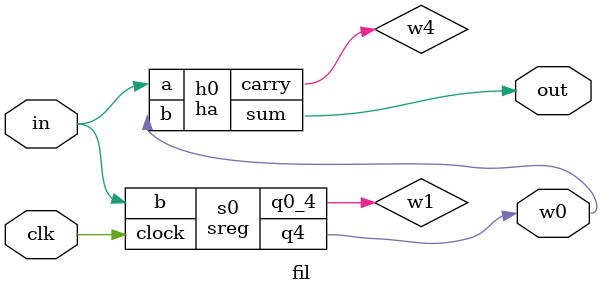
<source format=v>
module fa(a,b,cin,sum,cout);
        input a,b,cin;
        output sum, cout;

        assign sum = cin ^ a ^ b;
        assign cout = ~cin & a & b| cin & (a|b);
//assigns the carryout and sum bits. Next step is to develop a ripple carry procedure.
endmodule

//Half Adder

module ha(a,b,sum,carry);
        input a,b;
        output sum,carry;

        assign sum = (a&(~b))|((~a)&(b));
        assign carry = a&b;
endmodule

module dff(b,clk,q,q_0);
        input b, clk;
        output q,q_0;
        reg q;
        reg q_0;

        always@(posedge clk)
        begin
                q <= b;
                q_0 <= !b;
        end
endmodule

module sreg(b,clock,q4,q0_4);
        input b, clock;
        output q4, q0_4;
        //dff ff0, ff1, ff2, ff3;
        //wire w1, w2, w3, w4;
        wire q1, q2, q3;
        wire q_01,q0_2, q0_3;
        //w1 = w2 = w3 = w4 = clock;
        //always@(posedge clock)
        //begin
                dff ff0(.b(b), .clk(clock),.q(q1),.q_0(q0_1));
                dff ff1(.b(q1),.clk(clock),.q(q2),.q_0(q0_2));
                dff ff2(.b(q2),.clk(clock),.q(q3),.q_0(q0_3));
                dff ff3(.b(q3),.clk(clock),.q(q4),.q_0(q0_4));
        //end;
endmodule

module fil(in,out,w0,clk);
	input in, clk;
	output out,w0;
	
	wire w1,w2,w3,w4;
	sreg s0(.b(in),.clock(clk),.q4(w0),.q0_4(w1));
	ha h0(.a(in),.b(w0),.sum(out),.carry(w4));
endmodule

</source>
